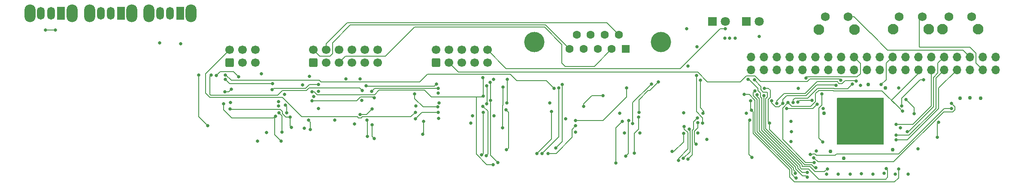
<source format=gbr>
%TF.GenerationSoftware,KiCad,Pcbnew,8.0.6*%
%TF.CreationDate,2024-10-21T11:50:30+02:00*%
%TF.ProjectId,rgb-to-hdmi,7267622d-746f-42d6-9864-6d692e6b6963,rev?*%
%TF.SameCoordinates,Original*%
%TF.FileFunction,Copper,L4,Bot*%
%TF.FilePolarity,Positive*%
%FSLAX46Y46*%
G04 Gerber Fmt 4.6, Leading zero omitted, Abs format (unit mm)*
G04 Created by KiCad (PCBNEW 8.0.6) date 2024-10-21 11:50:30*
%MOMM*%
%LPD*%
G01*
G04 APERTURE LIST*
G04 Aperture macros list*
%AMRoundRect*
0 Rectangle with rounded corners*
0 $1 Rounding radius*
0 $2 $3 $4 $5 $6 $7 $8 $9 X,Y pos of 4 corners*
0 Add a 4 corners polygon primitive as box body*
4,1,4,$2,$3,$4,$5,$6,$7,$8,$9,$2,$3,0*
0 Add four circle primitives for the rounded corners*
1,1,$1+$1,$2,$3*
1,1,$1+$1,$4,$5*
1,1,$1+$1,$6,$7*
1,1,$1+$1,$8,$9*
0 Add four rect primitives between the rounded corners*
20,1,$1+$1,$2,$3,$4,$5,0*
20,1,$1+$1,$4,$5,$6,$7,0*
20,1,$1+$1,$6,$7,$8,$9,0*
20,1,$1+$1,$8,$9,$2,$3,0*%
G04 Aperture macros list end*
%TA.AperFunction,ComponentPad*%
%ADD10C,2.100000*%
%TD*%
%TA.AperFunction,ComponentPad*%
%ADD11C,1.750000*%
%TD*%
%TA.AperFunction,ComponentPad*%
%ADD12RoundRect,0.250000X0.600000X-0.600000X0.600000X0.600000X-0.600000X0.600000X-0.600000X-0.600000X0*%
%TD*%
%TA.AperFunction,ComponentPad*%
%ADD13C,1.700000*%
%TD*%
%TA.AperFunction,ComponentPad*%
%ADD14R,1.800000X1.800000*%
%TD*%
%TA.AperFunction,ComponentPad*%
%ADD15C,1.800000*%
%TD*%
%TA.AperFunction,ComponentPad*%
%ADD16O,2.200000X3.500000*%
%TD*%
%TA.AperFunction,ComponentPad*%
%ADD17R,1.500000X2.500000*%
%TD*%
%TA.AperFunction,ComponentPad*%
%ADD18O,1.500000X2.500000*%
%TD*%
%TA.AperFunction,ComponentPad*%
%ADD19C,4.000000*%
%TD*%
%TA.AperFunction,ComponentPad*%
%ADD20R,1.600000X1.600000*%
%TD*%
%TA.AperFunction,ComponentPad*%
%ADD21C,1.600000*%
%TD*%
%TA.AperFunction,ComponentPad*%
%ADD22O,1.700000X1.700000*%
%TD*%
%TA.AperFunction,ViaPad*%
%ADD23C,0.762000*%
%TD*%
%TA.AperFunction,ViaPad*%
%ADD24C,0.660400*%
%TD*%
%TA.AperFunction,Conductor*%
%ADD25C,0.203200*%
%TD*%
G04 APERTURE END LIST*
D10*
%TO.P,SW1,*%
%TO.N,*%
X144587600Y-34182500D03*
X151597600Y-34182500D03*
D11*
%TO.P,SW1,1,1*%
%TO.N,GND*%
X145837600Y-31692500D03*
%TO.P,SW1,2,2*%
%TO.N,/GPIO16*%
X150337600Y-31692500D03*
%TD*%
D10*
%TO.P,SW2,*%
%TO.N,*%
X159218000Y-34165200D03*
X166228000Y-34165200D03*
D11*
%TO.P,SW2,1,1*%
%TO.N,GND*%
X160468000Y-31675200D03*
%TO.P,SW2,2,2*%
%TO.N,/GPIO26*%
X164968000Y-31675200D03*
%TD*%
D10*
%TO.P,SW3,*%
%TO.N,*%
X168960600Y-34165200D03*
X175970600Y-34165200D03*
D11*
%TO.P,SW3,1,1*%
%TO.N,GND*%
X170210600Y-31675200D03*
%TO.P,SW3,2,2*%
%TO.N,/GPIO19*%
X174710600Y-31675200D03*
%TD*%
D12*
%TO.P,P2,1,Pin_1*%
%TO.N,/R1*%
X44887000Y-40717600D03*
D13*
%TO.P,P2,2,Pin_2*%
%TO.N,/B1*%
X44887000Y-38177600D03*
%TO.P,P2,3,Pin_3*%
%TO.N,GND*%
X47427000Y-40717600D03*
%TO.P,P2,4,Pin_4*%
%TO.N,/G2*%
X47427000Y-38177600D03*
%TO.P,P2,5,Pin_5*%
%TO.N,/R2*%
X49967000Y-40717600D03*
%TO.P,P2,6,Pin_6*%
%TO.N,/B2*%
X49967000Y-38177600D03*
%TO.P,P2,7,Pin_7*%
%TO.N,/R3*%
X52507000Y-40717600D03*
%TO.P,P2,8,Pin_8*%
%TO.N,/SYNC*%
X52507000Y-38177600D03*
%TO.P,P2,9,Pin_9*%
%TO.N,/G3*%
X55047000Y-40717600D03*
%TO.P,P2,10,Pin_10*%
%TO.N,/VSYNC*%
X55047000Y-38177600D03*
%TO.P,P2,11,Pin_11*%
%TO.N,/B3*%
X57587000Y-40717600D03*
%TO.P,P2,12,Pin_12*%
%TO.N,/VCC*%
X57587000Y-38177600D03*
%TD*%
D12*
%TO.P,P5,1,Pin_1*%
%TO.N,unconnected-(P5-Pin_1-Pad1)*%
X69067800Y-40768400D03*
D13*
%TO.P,P5,2,Pin_2*%
%TO.N,/G1*%
X69067800Y-38228400D03*
%TO.P,P5,3,Pin_3*%
%TO.N,/GPIO22_analog*%
X71607800Y-40768400D03*
%TO.P,P5,4,Pin_4*%
%TO.N,/R0*%
X71607800Y-38228400D03*
%TO.P,P5,5,Pin_5*%
%TO.N,/GPIO1_sp_clken*%
X74147800Y-40768400D03*
%TO.P,P5,6,Pin_6*%
%TO.N,/G0*%
X74147800Y-38228400D03*
%TO.P,P5,7,Pin_7*%
%TO.N,/GPIO0_sp_data*%
X76687800Y-40768400D03*
%TO.P,P5,8,Pin_8*%
%TO.N,/B0*%
X76687800Y-38228400D03*
%TO.P,P5,9,Pin_9*%
%TO.N,/GPIO24_mux*%
X79227800Y-40768400D03*
%TO.P,P5,10,Pin_10*%
%TO.N,/GPIO25_mode7*%
X79227800Y-38228400D03*
%TD*%
D14*
%TO.P,D1,1,K*%
%TO.N,Net-(D1-K)*%
X130272000Y-32599040D03*
D15*
%TO.P,D1,2,A*%
%TO.N,/GPIO27_genlock*%
X132812000Y-32599040D03*
%TD*%
D14*
%TO.P,D2,1,K*%
%TO.N,Net-(D2-K)*%
X123576200Y-32599040D03*
D15*
%TO.P,D2,2,A*%
%TO.N,/GPIO25_mode7*%
X126116200Y-32599040D03*
%TD*%
D16*
%TO.P,SW5,*%
%TO.N,*%
X9073000Y-30964000D03*
X773000Y-30964000D03*
D17*
%TO.P,SW5,1,A*%
%TO.N,Net-(SW5-A)*%
X6923000Y-30964000D03*
D18*
%TO.P,SW5,2,B*%
%TO.N,/R1_A*%
X4923000Y-30964000D03*
%TO.P,SW5,3,C*%
%TO.N,Net-(SW5-C)*%
X2923000Y-30964000D03*
%TD*%
D16*
%TO.P,SW6,*%
%TO.N,*%
X-2738000Y-30964000D03*
X-11038000Y-30964000D03*
D17*
%TO.P,SW6,1,A*%
%TO.N,Net-(SW6-A)*%
X-4888000Y-30964000D03*
D18*
%TO.P,SW6,2,B*%
%TO.N,/B1_A*%
X-6888000Y-30964000D03*
%TO.P,SW6,3,C*%
%TO.N,Net-(SW6-C)*%
X-8888000Y-30964000D03*
%TD*%
D12*
%TO.P,J1,1,Pin_1*%
%TO.N,GND*%
X28377000Y-40717600D03*
D13*
%TO.P,J1,2,Pin_2*%
%TO.N,/ASYNC*%
X28377000Y-38177600D03*
%TO.P,J1,3,Pin_3*%
%TO.N,/ABLUE*%
X30917000Y-40717600D03*
%TO.P,J1,4,Pin_4*%
%TO.N,/AGREEN*%
X30917000Y-38177600D03*
%TO.P,J1,5,Pin_5*%
%TO.N,/ARED*%
X33457000Y-40717600D03*
%TO.P,J1,6,Pin_6*%
%TO.N,/VCC_IN*%
X33457000Y-38177600D03*
%TD*%
D16*
%TO.P,SW4,*%
%TO.N,*%
X20757000Y-30964000D03*
X12457000Y-30964000D03*
D17*
%TO.P,SW4,1,A*%
%TO.N,Net-(SW4-A)*%
X18607000Y-30964000D03*
D18*
%TO.P,SW4,2,B*%
%TO.N,/DETECT*%
X16607000Y-30964000D03*
%TO.P,SW4,3,C*%
%TO.N,Net-(SW4-C)*%
X14607000Y-30964000D03*
%TD*%
D19*
%TO.P,J2,0*%
%TO.N,N/C*%
X113459600Y-36649040D03*
X88459600Y-36649040D03*
D20*
%TO.P,J2,1,1*%
%TO.N,GND*%
X106499600Y-38069040D03*
D21*
%TO.P,J2,2,2*%
%TO.N,/R2*%
X103729600Y-38069040D03*
%TO.P,J2,3,3*%
%TO.N,/R1*%
X100959600Y-38069040D03*
%TO.P,J2,4,4*%
%TO.N,/G1*%
X98189600Y-38069040D03*
%TO.P,J2,5,5*%
%TO.N,/B1*%
X95419600Y-38069040D03*
%TO.P,J2,6,6*%
%TO.N,/G2*%
X105114600Y-35229040D03*
%TO.P,J2,7,7*%
%TO.N,/B2*%
X102344600Y-35229040D03*
%TO.P,J2,8,8*%
%TO.N,/SYNC*%
X99574600Y-35229040D03*
%TO.P,J2,9,9*%
%TO.N,/VSYNC*%
X96804600Y-35229040D03*
%TD*%
D22*
%TO.P,P1,1,P1*%
%TO.N,/3V3*%
X131191000Y-42140000D03*
%TO.P,P1,2,P2*%
%TO.N,/VCC*%
X131191000Y-39600000D03*
%TO.P,P1,3,P3*%
%TO.N,/GPIO2_Q00*%
X133731000Y-42140000D03*
%TO.P,P1,4,P4*%
%TO.N,/VCC*%
X133731000Y-39600000D03*
%TO.P,P1,5,P5*%
%TO.N,/GPIO3_Q01*%
X136271000Y-42140000D03*
%TO.P,P1,6,P6*%
%TO.N,GND*%
X136271000Y-39600000D03*
%TO.P,P1,7,P7*%
%TO.N,/GPIO4_Q02*%
X138811000Y-42140000D03*
%TO.P,P1,8,P8*%
%TO.N,/TxD*%
X138811000Y-39600000D03*
%TO.P,P1,9,P9*%
%TO.N,GND*%
X141351000Y-42140000D03*
%TO.P,P1,10,P10*%
%TO.N,/RxD*%
X141351000Y-39600000D03*
%TO.P,P1,11,P11*%
%TO.N,/GPIO17_psync*%
X143891000Y-42140000D03*
%TO.P,P1,12,P12*%
%TO.N,/GPIO18_Version*%
X143891000Y-39600000D03*
%TO.P,P1,13,P13*%
%TO.N,/GPIO27_genlock*%
X146431000Y-42140000D03*
%TO.P,P1,14,P14*%
%TO.N,GND*%
X146431000Y-39600000D03*
%TO.P,P1,15,P15*%
%TO.N,/GPIO22_analog*%
X148971000Y-42140000D03*
%TO.P,P1,16,P16*%
%TO.N,/GPIO23_csync*%
X148971000Y-39600000D03*
%TO.P,P1,17,P17*%
%TO.N,/3V3*%
X151511000Y-42140000D03*
%TO.P,P1,18,P18*%
%TO.N,/GPIO24_mux*%
X151511000Y-39600000D03*
%TO.P,P1,19,P19*%
%TO.N,/GPIO10_Q08*%
X154051000Y-42140000D03*
%TO.P,P1,20,P20*%
%TO.N,GND*%
X154051000Y-39600000D03*
%TO.P,P1,21,P21*%
%TO.N,/GPIO9_Q07*%
X156591000Y-42140000D03*
%TO.P,P1,22,P22*%
%TO.N,/GPIO25_mode7*%
X156591000Y-39600000D03*
%TO.P,P1,23,P23*%
%TO.N,/GPIO11_Q09*%
X159131000Y-42140000D03*
%TO.P,P1,24,P24*%
%TO.N,/GPIO8_Q06*%
X159131000Y-39600000D03*
%TO.P,P1,25,P25*%
%TO.N,GND*%
X161671000Y-42140000D03*
%TO.P,P1,26,P26*%
%TO.N,/GPIO7_Q05*%
X161671000Y-39600000D03*
%TO.P,P1,27,P27*%
%TO.N,/GPIO0_sp_data*%
X164211000Y-42140000D03*
%TO.P,P1,28,P28*%
%TO.N,/GPIO1_sp_clken*%
X164211000Y-39600000D03*
%TO.P,P1,29,P29*%
%TO.N,/GPIO5_Q03*%
X166751000Y-42140000D03*
%TO.P,P1,30,P30*%
%TO.N,GND*%
X166751000Y-39600000D03*
%TO.P,P1,31,P31*%
%TO.N,/GPIO6_Q04*%
X169291000Y-42140000D03*
%TO.P,P1,32,P32*%
%TO.N,/GPIO12_Q10*%
X169291000Y-39600000D03*
%TO.P,P1,33,P33*%
%TO.N,/GPIO13_Q11*%
X171831000Y-42140000D03*
%TO.P,P1,34,P34*%
%TO.N,GND*%
X171831000Y-39600000D03*
%TO.P,P1,35,P35*%
%TO.N,/GPIO19*%
X174371000Y-42140000D03*
%TO.P,P1,36,P36*%
%TO.N,/GPIO16*%
X174371000Y-39600000D03*
%TO.P,P1,37,P37*%
%TO.N,/GPIO26*%
X176911000Y-42140000D03*
%TO.P,P1,38,P38*%
%TO.N,/GPIO20_sp_clk*%
X176911000Y-39600000D03*
%TO.P,P1,39,P39*%
%TO.N,GND*%
X179451000Y-42140000D03*
%TO.P,P1,40,P40*%
%TO.N,/GPIO21_clk*%
X179451000Y-39600000D03*
%TD*%
D23*
%TO.N,/3V3*%
X157713800Y-45746800D03*
X145572598Y-50748000D03*
X172445796Y-47728000D03*
X159187000Y-57888000D03*
X174427000Y-47677196D03*
X176509800Y-47778800D03*
X154361000Y-45061000D03*
X146842600Y-58294400D03*
X149484200Y-59619873D03*
D24*
%TO.N,/VCC*%
X109250600Y-54586000D03*
X18666000Y-37001000D03*
X120680598Y-54586000D03*
X54067905Y-50955588D03*
X75925802Y-52706400D03*
X83037800Y-48693200D03*
X120528200Y-37568000D03*
X126065400Y-35891600D03*
X128097400Y-35891600D03*
X56418600Y-49861600D03*
X44125000Y-43410000D03*
X83088600Y-44019600D03*
X126979800Y-35891600D03*
X96576000Y-54459000D03*
X44981484Y-47414106D03*
X54081804Y-43918000D03*
X37978200Y-48439200D03*
%TO.N,GND*%
X162184200Y-62714000D03*
X28529400Y-48591600D03*
X155529400Y-49099600D03*
X91521400Y-48693200D03*
X150754200Y-62714000D03*
X152837000Y-45188000D03*
X139121000Y-56313200D03*
X76281400Y-51233200D03*
X144074326Y-58168077D03*
X38017237Y-49313805D03*
X118750200Y-41378000D03*
X140492600Y-45848400D03*
X45903000Y-49760000D03*
X51287800Y-43918000D03*
X106228000Y-54586000D03*
X35641396Y-54535200D03*
X160355400Y-45746800D03*
X69575800Y-51741200D03*
X139171800Y-54382800D03*
X69511072Y-46740866D03*
X149687400Y-55703600D03*
X152938600Y-62663198D03*
X160660200Y-53620800D03*
X42702600Y-45166600D03*
X164165400Y-57786400D03*
X146158312Y-62786689D03*
X155224606Y-62714000D03*
X157489200Y-62612400D03*
X54434220Y-48193350D03*
X45902998Y-46407200D03*
X105288200Y-50725200D03*
X43040241Y-53734845D03*
X139121000Y-52300000D03*
X34625400Y-42952800D03*
X14534000Y-36868500D03*
X155478600Y-55856000D03*
X80472400Y-51233200D03*
X65054600Y-49252000D03*
X145471000Y-49788000D03*
X148417400Y-62713998D03*
X94671000Y-51792000D03*
X159622800Y-62714000D03*
X69652296Y-48668687D03*
X52964200Y-52808000D03*
X122509400Y-55906800D03*
X80396198Y-44019600D03*
X130323772Y-50705000D03*
X132812002Y-35536000D03*
X118547000Y-34012000D03*
X150144600Y-49201200D03*
X39155115Y-47011357D03*
X33838000Y-56237000D03*
X117937400Y-50674400D03*
X49103400Y-52118200D03*
%TO.N,/SYNC*%
X112908200Y-44578400D03*
X140434326Y-48533326D03*
X143241492Y-48194892D03*
X109102475Y-50557064D03*
%TO.N,/VSYNC*%
X107887738Y-52757202D03*
X111587400Y-44934000D03*
X133765600Y-47240232D03*
X157917000Y-61647200D03*
%TO.N,/SPCLK*%
X168178600Y-52503200D03*
X167975400Y-55449600D03*
%TO.N,/R1*%
X139969633Y-62625325D03*
X96620317Y-52143274D03*
X106631500Y-45775100D03*
X131971408Y-46358882D03*
%TO.N,/B1*%
X132432281Y-47090727D03*
X98176200Y-49404400D03*
X102007300Y-47241400D03*
X142313782Y-63364806D03*
%TO.N,/G2*%
X121727378Y-50752230D03*
X131874354Y-44153257D03*
X121188600Y-44222800D03*
X146283800Y-61698000D03*
%TO.N,/R2*%
X143990143Y-61463965D03*
X133833831Y-45800401D03*
X134853798Y-52686792D03*
%TO.N,/B2*%
X130616083Y-44061576D03*
X120426600Y-43308400D03*
X121674333Y-52686444D03*
X142316379Y-62403191D03*
%TO.N,/R3*%
X115651400Y-58294400D03*
X117882922Y-54691278D03*
%TO.N,/B0*%
X136327000Y-48744000D03*
X151973400Y-44375200D03*
%TO.N,/G0*%
X160304600Y-61748800D03*
X131134668Y-48282090D03*
X131297800Y-50166400D03*
%TO.N,/R0*%
X147942682Y-45215305D03*
X137444604Y-48744000D03*
X135267507Y-48265400D03*
%TO.N,/G1*%
X140137002Y-63526799D03*
X129875400Y-47038200D03*
%TO.N,/GPIO25_mode7*%
X126116200Y-34084000D03*
%TO.N,/GPIO0_sp_data*%
X143642200Y-60478800D03*
X138510909Y-48641907D03*
X161092000Y-50268000D03*
X80294600Y-60885200D03*
X78332484Y-43736200D03*
X44630894Y-46480590D03*
X78415000Y-47363700D03*
%TO.N,/GPIO20_sp_clk*%
X161815194Y-48028800D03*
X163403403Y-50776003D03*
%TO.N,/GPIO1_sp_clken*%
X143572073Y-59495262D03*
X170769400Y-48794800D03*
X79703822Y-44650978D03*
X81241553Y-60440764D03*
X79790600Y-48223182D03*
X165232200Y-44121200D03*
X160965000Y-49252000D03*
%TO.N,/GPIO18_Version*%
X145318600Y-56364000D03*
X145179225Y-46877426D03*
%TO.N,/GPIO22_analog*%
X148874600Y-44218800D03*
X79093125Y-45326168D03*
X79075400Y-48845600D03*
%TO.N,/GPIO24_mux*%
X138243761Y-49822461D03*
X144265346Y-48967951D03*
X142042000Y-43791000D03*
%TO.N,/GPIO8_Q06*%
X156901008Y-45061000D03*
%TO.N,/GPIO5_Q03*%
X159822000Y-52935000D03*
%TO.N,/GPIO6_Q04*%
X159842517Y-55035713D03*
%TO.N,/GPIO12_Q10*%
X162031800Y-54382800D03*
%TO.N,/GPIO13_Q11*%
X159822000Y-55983000D03*
%TO.N,/AGREEN*%
X39584614Y-50645000D03*
X39327391Y-49102048D03*
%TO.N,/CLAMPLVL*%
X28661187Y-45966474D03*
X78364200Y-50572800D03*
X37369503Y-51285891D03*
X27383838Y-46484974D03*
X36759000Y-46102406D03*
X78087806Y-58933394D03*
X38537000Y-56237000D03*
X27157800Y-48896400D03*
X45895620Y-45043600D03*
%TO.N,/ASYNC*%
X65003800Y-50522000D03*
%TO.N,/ABLUE*%
X40315000Y-51487200D03*
X28427802Y-49887001D03*
X40561000Y-53537127D03*
X82981786Y-57953630D03*
X82856000Y-50064800D03*
%TO.N,/ARED*%
X88983348Y-58649041D03*
X38046686Y-50677405D03*
X91826200Y-50369600D03*
X38639981Y-54484400D03*
%TO.N,/SGREEN*%
X44634092Y-48281451D03*
X56889729Y-47706627D03*
%TO.N,/REFGYSYNC*%
X64851407Y-46877794D03*
X69394175Y-49492812D03*
%TO.N,/REFSYNC*%
X65003800Y-51792004D03*
X69474200Y-50522000D03*
%TO.N,/SPARE*%
X78955541Y-59073394D03*
X78309589Y-49337907D03*
%TO.N,/REFGYLO*%
X55271600Y-45341186D03*
X69152211Y-44977626D03*
%TO.N,/REFGYHI*%
X56371104Y-46415200D03*
X69468070Y-45831480D03*
%TO.N,/DETECT*%
X54539000Y-46204000D03*
X91165800Y-58650000D03*
X151211400Y-44984800D03*
X22281000Y-43156000D03*
X24693998Y-43156000D03*
X104577000Y-60555000D03*
X130959880Y-52045986D03*
X96598828Y-53211822D03*
X131374000Y-59412000D03*
X139476597Y-48591606D03*
X24059000Y-53189000D03*
X105821600Y-52325400D03*
%TO.N,/B3_A*%
X82174200Y-53570000D03*
X82275800Y-45543600D03*
%TO.N,/B2_A*%
X120680600Y-52604800D03*
X120375800Y-56850600D03*
%TO.N,/SYNC_A*%
X108193439Y-58645101D03*
X109047400Y-51465800D03*
%TO.N,/G2_A*%
X118754379Y-59777347D03*
X56469400Y-53011200D03*
X120645280Y-51625108D03*
X56875800Y-55703600D03*
%TO.N,/VSYNC_A*%
X107117000Y-52147600D03*
X106519992Y-59155645D03*
X66426200Y-54912200D03*
X66578600Y-52300000D03*
%TO.N,/TERM*%
X142929234Y-58852422D03*
X43921800Y-52118200D03*
X170766486Y-49806800D03*
X44277400Y-53925600D03*
%TO.N,/R3_A*%
X93997657Y-45086400D03*
X92674120Y-57607799D03*
X119007152Y-53887085D03*
X117851653Y-59659369D03*
%TO.N,/G0_A*%
X55504198Y-55318600D03*
X116870600Y-60017600D03*
X55399499Y-52118200D03*
X118039000Y-53336800D03*
%TO.N,/B1_A*%
X89997400Y-58700800D03*
X93315857Y-45767706D03*
%TO.N,/R1_A*%
X27490016Y-43163025D03*
X92385000Y-45797600D03*
%TO.N,Net-(SW5-C)*%
X36809800Y-44883200D03*
X27513400Y-44070400D03*
%TO.N,Net-(SW5-A)*%
X25684600Y-43257600D03*
X30155002Y-43562400D03*
%TO.N,Net-(SW6-C)*%
X-6040004Y-34266000D03*
X-7945000Y-34266000D03*
%TD*%
D25*
%TO.N,/GPIO16*%
X158171000Y-38279200D02*
X173050200Y-38279200D01*
X154802064Y-34910264D02*
X158171000Y-38279200D01*
X150337600Y-31692500D02*
X151575036Y-31692500D01*
X173050200Y-38279200D02*
X174371000Y-39600000D01*
X154792800Y-34910264D02*
X154802064Y-34910264D01*
X151575036Y-31692500D02*
X154792800Y-34910264D01*
%TO.N,/GPIO26*%
X164368600Y-32274600D02*
X164368600Y-37568000D01*
X164968000Y-31675200D02*
X164368600Y-32274600D01*
X175595400Y-40824400D02*
X176911000Y-42140000D01*
X164368600Y-37568000D02*
X164521000Y-37720400D01*
X175595400Y-38884023D02*
X175595400Y-40824400D01*
X164521000Y-37720400D02*
X174431777Y-37720400D01*
X174431777Y-37720400D02*
X175595400Y-38884023D01*
%TO.N,/VCC*%
X56418600Y-49861600D02*
X55324612Y-50955588D01*
X55324612Y-50955588D02*
X54067905Y-50955588D01*
X83088600Y-48642400D02*
X83037800Y-48693200D01*
X83088600Y-44019600D02*
X83088600Y-48642400D01*
%TO.N,/SYNC*%
X110927000Y-46254800D02*
X109102475Y-48079325D01*
X111231800Y-46254800D02*
X110927000Y-46254800D01*
X112908200Y-44578400D02*
X111231800Y-46254800D01*
X109102475Y-48079325D02*
X109102475Y-50557064D01*
X140772760Y-48194892D02*
X140434326Y-48533326D01*
X143241492Y-48194892D02*
X140772760Y-48194892D01*
%TO.N,/VSYNC*%
X142575400Y-61698000D02*
X141155992Y-61698000D01*
X133714800Y-53926120D02*
X133714800Y-47291032D01*
X157764600Y-63730000D02*
X158171000Y-63323600D01*
X140848200Y-61059520D02*
X133714800Y-53926120D01*
X107887738Y-48633662D02*
X107887738Y-52757202D01*
X133714800Y-47291032D02*
X133765600Y-47240232D01*
X140848200Y-61390208D02*
X140848200Y-61059520D01*
X144607400Y-63730000D02*
X157764600Y-63730000D01*
X141155992Y-61698000D02*
X140848200Y-61390208D01*
X158171000Y-63323600D02*
X158171000Y-61901200D01*
X111587400Y-44934000D02*
X107887738Y-48633662D01*
X158171000Y-61901200D02*
X157917000Y-61647200D01*
X144607400Y-63730000D02*
X142575400Y-61698000D01*
%TO.N,/SPCLK*%
X167975400Y-52706400D02*
X168178600Y-52503200D01*
X167975400Y-55449600D02*
X167975400Y-52706400D01*
%TO.N,/R1*%
X139629000Y-61920128D02*
X139969633Y-62260761D01*
X139969633Y-62260761D02*
X139969633Y-62625325D01*
X106631500Y-47502300D02*
X106631500Y-45775100D01*
X96620317Y-52143274D02*
X101990526Y-52143274D01*
X131680472Y-47268787D02*
X132415400Y-48003715D01*
X101990526Y-52143274D02*
X106631500Y-47502300D01*
X132415400Y-48003715D02*
X132415400Y-54350928D01*
X131971408Y-46358882D02*
X131680472Y-46649818D01*
X131680472Y-46649818D02*
X131680472Y-47268787D01*
X132415400Y-54350928D02*
X139629000Y-61564528D01*
X139629000Y-61564528D02*
X139629000Y-61920128D01*
%TO.N,/B1*%
X102007300Y-47241400D02*
X99780400Y-47241400D01*
X48646200Y-36806000D02*
X52151400Y-33300800D01*
X48138200Y-39447600D02*
X48646200Y-38939600D01*
X140035400Y-61726880D02*
X141393512Y-63084992D01*
X132432281Y-47445860D02*
X132821800Y-47835379D01*
X142033968Y-63084992D02*
X142313782Y-63364806D01*
X140035400Y-61396192D02*
X140035400Y-61726880D01*
X44887000Y-38177600D02*
X46157000Y-39447600D01*
X132821800Y-47835379D02*
X132821800Y-54182592D01*
X141393512Y-63084992D02*
X142033968Y-63084992D01*
X132432281Y-47090727D02*
X132432281Y-47445860D01*
X48646200Y-38939600D02*
X48646200Y-36806000D01*
X132821800Y-54182592D02*
X140035400Y-61396192D01*
X99780400Y-47241400D02*
X98176200Y-48845600D01*
X46157000Y-39447600D02*
X48138200Y-39447600D01*
X98176200Y-48845600D02*
X98176200Y-49404400D01*
X90651360Y-33300800D02*
X95419600Y-38069040D01*
X52151400Y-33300800D02*
X90651360Y-33300800D01*
%TO.N,/G2*%
X141254600Y-61221872D02*
X141254600Y-60891184D01*
X121727378Y-50752230D02*
X121942781Y-50536827D01*
X133159729Y-45438632D02*
X131874354Y-44153257D01*
X102779960Y-32894400D02*
X105114600Y-35229040D01*
X121942781Y-50536827D02*
X121942781Y-50412581D01*
X133159729Y-46090510D02*
X133159729Y-45438632D01*
X134121200Y-53757784D02*
X134121200Y-47872760D01*
X133627651Y-46558432D02*
X133159729Y-46090510D01*
X142814617Y-61267500D02*
X141300228Y-61267500D01*
X121942781Y-50412581D02*
X121188600Y-49658400D01*
X51508119Y-32894400D02*
X102779960Y-32894400D01*
X143830129Y-62283012D02*
X142814617Y-61267500D01*
X134447400Y-47546560D02*
X134447400Y-46558432D01*
X146283800Y-61698000D02*
X145698788Y-62283012D01*
X134447400Y-46558432D02*
X133627651Y-46558432D01*
X121188600Y-49658400D02*
X121188600Y-44222800D01*
X47427000Y-38177600D02*
X47427000Y-36975519D01*
X141300228Y-61267500D02*
X141254600Y-61221872D01*
X141254600Y-60891184D02*
X134121200Y-53757784D01*
X134121200Y-47872760D02*
X134447400Y-47546560D01*
X145698788Y-62283012D02*
X143830129Y-62283012D01*
X47427000Y-36975519D02*
X51508119Y-32894400D01*
%TO.N,/R2*%
X93909000Y-40854064D02*
X94534536Y-41479600D01*
X90470536Y-33707200D02*
X93909000Y-37145664D01*
X134585707Y-47982989D02*
X134585707Y-52418701D01*
X134853798Y-53915646D02*
X134853798Y-52686792D01*
X143990143Y-61463965D02*
X143728901Y-61463965D01*
X143728901Y-61463965D02*
X143126036Y-60861100D01*
X51237000Y-39447600D02*
X59060200Y-39447600D01*
X134985096Y-46174253D02*
X134985096Y-47583600D01*
X94534536Y-41479600D02*
X100319040Y-41479600D01*
X100319040Y-41479600D02*
X103729600Y-38069040D01*
X49967000Y-40717600D02*
X51237000Y-39447600D01*
X59060200Y-39447600D02*
X64800600Y-33707200D01*
X93909000Y-37145664D02*
X93909000Y-40854064D01*
X141799252Y-60861100D02*
X134853798Y-53915646D01*
X64800600Y-33707200D02*
X90470536Y-33707200D01*
X134985096Y-47583600D02*
X134585707Y-47982989D01*
X134585707Y-52418701D02*
X134853798Y-52686792D01*
X143126036Y-60861100D02*
X141799252Y-60861100D01*
X134611244Y-45800401D02*
X134985096Y-46174253D01*
X133833831Y-45800401D02*
X134611244Y-45800401D01*
%TO.N,/B2*%
X133083800Y-46761314D02*
X133083800Y-47522643D01*
X133308400Y-54094456D02*
X140441800Y-61227856D01*
X132601278Y-45844393D02*
X132601278Y-46278792D01*
X140441800Y-61558544D02*
X141286447Y-62403191D01*
X121674333Y-51669122D02*
X121674333Y-52686444D01*
X130818461Y-44061576D02*
X132601278Y-45844393D01*
X133083800Y-47522643D02*
X133308400Y-47747243D01*
X133308400Y-47747243D02*
X133308400Y-54094456D01*
X120426600Y-50421389D02*
X121674333Y-51669122D01*
X140441800Y-61227856D02*
X140441800Y-61558544D01*
X130616083Y-44061576D02*
X130818461Y-44061576D01*
X132601278Y-46278792D02*
X133083800Y-46761314D01*
X120426600Y-43308400D02*
X120426600Y-50421389D01*
X141286447Y-62403191D02*
X142316379Y-62403191D01*
%TO.N,/R3*%
X117882922Y-54691278D02*
X117882922Y-56389078D01*
X117882922Y-56389078D02*
X115977600Y-58294400D01*
X115977600Y-58294400D02*
X115651400Y-58294400D01*
%TO.N,/B0*%
X148192800Y-44501211D02*
X144252789Y-44501211D01*
X141915000Y-46839000D02*
X137724000Y-46839000D01*
X149754611Y-44303000D02*
X149157011Y-44900600D01*
X148592189Y-44900600D02*
X148192800Y-44501211D01*
X151901200Y-44303000D02*
X149754611Y-44303000D01*
X151973400Y-44375200D02*
X151901200Y-44303000D01*
X136327000Y-48236000D02*
X136327000Y-48744000D01*
X137724000Y-46839000D02*
X136327000Y-48236000D01*
X149157011Y-44900600D02*
X148592189Y-44900600D01*
X144252789Y-44501211D02*
X141915000Y-46839000D01*
%TO.N,/G0*%
X131134668Y-48282090D02*
X131134668Y-50003268D01*
X131602600Y-50471200D02*
X131602600Y-54687600D01*
X138816200Y-61901200D02*
X138816200Y-63334133D01*
X131134668Y-50003268D02*
X131297800Y-50166400D01*
X138816200Y-63334133D02*
X139792267Y-64310200D01*
X131134668Y-48282090D02*
X131247000Y-48394422D01*
X139792267Y-64310200D02*
X159470400Y-64310200D01*
X131602600Y-54687600D02*
X138816200Y-61901200D01*
X131297800Y-50166400D02*
X131602600Y-50471200D01*
X160304600Y-63476000D02*
X160304600Y-61748800D01*
X159470400Y-64310200D02*
X160304600Y-63476000D01*
%TO.N,/R0*%
X137444604Y-48744000D02*
X137444604Y-48007396D01*
X137444604Y-48007396D02*
X138206600Y-47245400D01*
X138206600Y-47245400D02*
X142083336Y-47245400D01*
X147843427Y-45116050D02*
X147942682Y-45215305D01*
X142083336Y-47245400D02*
X144212686Y-45116050D01*
X135267507Y-48699518D02*
X136044589Y-49476600D01*
X136044589Y-49476600D02*
X136712004Y-49476600D01*
X136712004Y-49476600D02*
X137444604Y-48744000D01*
X135267507Y-48265400D02*
X135267507Y-48699518D01*
X144212686Y-45116050D02*
X147843427Y-45116050D01*
%TO.N,/G1*%
X132009000Y-54519264D02*
X139222600Y-61732864D01*
X132009000Y-48189672D02*
X132009000Y-54519264D01*
X130857528Y-47038200D02*
X132009000Y-48189672D01*
X139222600Y-61732864D02*
X139222600Y-62776316D01*
X129875400Y-47038200D02*
X130857528Y-47038200D01*
X139973083Y-63526799D02*
X140137002Y-63526799D01*
X139222600Y-62776316D02*
X139973083Y-63526799D01*
%TO.N,/GPIO25_mode7*%
X79227800Y-38228400D02*
X82885400Y-41886000D01*
X125079989Y-34084000D02*
X126116200Y-34084000D01*
X82885400Y-41886000D02*
X117277989Y-41886000D01*
X117277989Y-41886000D02*
X125079989Y-34084000D01*
%TO.N,/GPIO0_sp_data*%
X144555053Y-46232409D02*
X143917600Y-46869862D01*
X57848940Y-46196000D02*
X66823611Y-46196000D01*
X141967588Y-60454700D02*
X137444600Y-55931712D01*
X139222602Y-49353600D02*
X138510909Y-48641907D01*
X158908095Y-48159305D02*
X164211000Y-42856400D01*
X78415000Y-43818716D02*
X78332484Y-43736200D01*
X143917600Y-48416811D02*
X142980811Y-49353600D01*
X164211000Y-42856400D02*
X164211000Y-42140000D01*
X76992600Y-58802400D02*
X76992600Y-47474000D01*
X76992600Y-47474000D02*
X78304700Y-47474000D01*
X142980811Y-49353600D02*
X139222602Y-49353600D01*
X44630894Y-46480590D02*
X45012177Y-46480590D01*
X137444600Y-49708211D02*
X138510904Y-48641907D01*
X160482895Y-49734105D02*
X157052295Y-46303505D01*
X143642200Y-60478800D02*
X143618100Y-60454700D01*
X161092000Y-50268000D02*
X161016789Y-50268000D01*
X161016789Y-50268000D02*
X160482895Y-49734105D01*
X157052295Y-46303505D02*
X147491935Y-46303505D01*
X68101611Y-47474000D02*
X76992600Y-47474000D01*
X147420839Y-46232409D02*
X144555053Y-46232409D01*
X143618100Y-60454700D02*
X141967588Y-60454700D01*
X79075400Y-60885200D02*
X76992600Y-58802400D01*
X45597995Y-47066408D02*
X56978532Y-47066408D01*
X66823611Y-46196000D02*
X68101611Y-47474000D01*
X147491935Y-46303505D02*
X147420839Y-46232409D01*
X138510904Y-48641907D02*
X138510909Y-48641907D01*
X160482895Y-49734105D02*
X158908095Y-48159305D01*
X78415000Y-47363700D02*
X78415000Y-43818716D01*
X137444600Y-55931712D02*
X137444600Y-49708211D01*
X78304700Y-47474000D02*
X78415000Y-47363700D01*
X45012177Y-46480590D02*
X45597995Y-47066408D01*
X80294600Y-60885200D02*
X79075400Y-60885200D01*
X56978532Y-47066408D02*
X57848940Y-46196000D01*
X143917600Y-46869862D02*
X143917600Y-48416811D01*
%TO.N,/GPIO20_sp_clk*%
X163403403Y-49617009D02*
X163403403Y-50776003D01*
X161815194Y-48028800D02*
X163403403Y-49617009D01*
%TO.N,/GPIO1_sp_clken*%
X79808000Y-48205782D02*
X79808000Y-44755156D01*
X171451200Y-50042411D02*
X171051811Y-50441800D01*
X160965000Y-47728000D02*
X164571800Y-44121200D01*
X164571800Y-44121200D02*
X165232200Y-44121200D01*
X79808000Y-44755156D02*
X79703822Y-44650978D01*
X159355336Y-60310464D02*
X144387275Y-60310464D01*
X169224000Y-50441800D02*
X159355336Y-60310464D01*
X79790600Y-48223182D02*
X79790600Y-58989811D01*
X144387275Y-60310464D02*
X143572073Y-59495262D01*
X170769400Y-48794800D02*
X171451200Y-49476600D01*
X171451200Y-49476600D02*
X171451200Y-50042411D01*
X171051811Y-50441800D02*
X169224000Y-50441800D01*
X160965000Y-49252000D02*
X160965000Y-47728000D01*
X79790600Y-58989811D02*
X81241553Y-60440764D01*
X79790600Y-48223182D02*
X79808000Y-48205782D01*
%TO.N,/GPIO18_Version*%
X145179225Y-49115564D02*
X145179225Y-46877426D01*
X144586000Y-55631400D02*
X144586000Y-49708789D01*
X145318600Y-56364000D02*
X144586000Y-55631400D01*
X144586000Y-49708789D02*
X145179225Y-49115564D01*
%TO.N,/GPIO22_analog*%
X130261224Y-43379776D02*
X131998898Y-43379776D01*
X71607800Y-40768400D02*
X73436600Y-42597200D01*
X79075400Y-48845600D02*
X79126200Y-48794800D01*
X142820609Y-43976602D02*
X148632402Y-43976602D01*
X142324411Y-44472800D02*
X142820609Y-43976602D01*
X129113400Y-44527600D02*
X130261224Y-43379776D01*
X133091922Y-44472800D02*
X142324411Y-44472800D01*
X73436600Y-42597200D02*
X120680600Y-42597200D01*
X122611000Y-44527600D02*
X129113400Y-44527600D01*
X120680600Y-42597200D02*
X122611000Y-44527600D01*
X148632402Y-43976602D02*
X148874600Y-44218800D01*
X131998898Y-43379776D02*
X133091922Y-44472800D01*
X79126200Y-48794800D02*
X79126200Y-45359243D01*
X79126200Y-45359243D02*
X79093125Y-45326168D01*
%TO.N,/GPIO24_mux*%
X144265346Y-48967951D02*
X143410836Y-49822461D01*
X152786200Y-40875200D02*
X152786200Y-42902000D01*
X152151200Y-43537000D02*
X142169000Y-43537000D01*
X142169000Y-43537000D02*
X142042000Y-43664000D01*
X142042000Y-43664000D02*
X142042000Y-43791000D01*
X152786200Y-42902000D02*
X152151200Y-43537000D01*
X151511000Y-39600000D02*
X152786200Y-40875200D01*
X143410836Y-49822461D02*
X138243761Y-49822461D01*
%TO.N,/GPIO8_Q06*%
X157866200Y-40864800D02*
X157866200Y-44095808D01*
X159131000Y-39600000D02*
X157866200Y-40864800D01*
X157866200Y-44095808D02*
X156901008Y-45061000D01*
%TO.N,/GPIO5_Q03*%
X166751000Y-42140000D02*
X166751000Y-49307011D01*
X163123011Y-52935000D02*
X159822000Y-52935000D01*
X166751000Y-49307011D02*
X163123011Y-52935000D01*
%TO.N,/GPIO6_Q04*%
X167670600Y-49759011D02*
X162393898Y-55035713D01*
X169291000Y-42140000D02*
X167670600Y-43760400D01*
X162393898Y-55035713D02*
X159842517Y-55035713D01*
X167670600Y-43760400D02*
X167670600Y-49759011D01*
%TO.N,/GPIO12_Q10*%
X169291000Y-39600000D02*
X168026200Y-40864800D01*
X168026200Y-40864800D02*
X168026200Y-42800400D01*
X168026200Y-42800400D02*
X167162600Y-43664000D01*
X167162600Y-43664000D02*
X167162600Y-49470147D01*
X167162600Y-49470147D02*
X162249947Y-54382800D01*
X162249947Y-54382800D02*
X162031800Y-54382800D01*
%TO.N,/GPIO13_Q11*%
X168229400Y-49774947D02*
X168229400Y-45741600D01*
X159822000Y-55983000D02*
X162021347Y-55983000D01*
X168229400Y-45741600D02*
X171831000Y-42140000D01*
X162021347Y-55983000D02*
X168229400Y-49774947D01*
%TO.N,/AGREEN*%
X39584614Y-49359271D02*
X39327391Y-49102048D01*
X39584614Y-50645000D02*
X39584614Y-49359271D01*
%TO.N,/CLAMPLVL*%
X44101064Y-45043600D02*
X43296264Y-45848400D01*
X28142687Y-46484974D02*
X27383838Y-46484974D01*
X37248842Y-51406552D02*
X37369503Y-51285891D01*
X78364200Y-50572800D02*
X78364200Y-58657000D01*
X43296264Y-45848400D02*
X37013006Y-45848400D01*
X38537000Y-56237000D02*
X37248842Y-54948842D01*
X27157800Y-48896400D02*
X27157800Y-50064800D01*
X27157800Y-50064800D02*
X28795696Y-51702696D01*
X45895620Y-45043600D02*
X44101064Y-45043600D01*
X28661187Y-45966474D02*
X28142687Y-46484974D01*
X37248842Y-54948842D02*
X37248842Y-51406552D01*
X36952698Y-51702696D02*
X37369503Y-51285891D01*
X78364200Y-58657000D02*
X78087806Y-58933394D01*
X28795696Y-51702696D02*
X36952698Y-51702696D01*
X37013006Y-45848400D02*
X36759000Y-46102406D01*
%TO.N,/ASYNC*%
X53574789Y-51436400D02*
X42596398Y-51436400D01*
X53775777Y-51637388D02*
X53574789Y-51436400D01*
X42596398Y-51436400D02*
X38733172Y-47573174D01*
X54551304Y-51436400D02*
X54350316Y-51637388D01*
X24439877Y-47573174D02*
X23630169Y-46763466D01*
X23630169Y-42924431D02*
X28377000Y-38177600D01*
X64089400Y-51436400D02*
X54551304Y-51436400D01*
X54350316Y-51637388D02*
X53775777Y-51637388D01*
X23630169Y-46763466D02*
X23630169Y-42924431D01*
X38733172Y-47573174D02*
X24439877Y-47573174D01*
X65003800Y-50522000D02*
X64089400Y-51436400D01*
%TO.N,/ABLUE*%
X83342600Y-57592816D02*
X82981786Y-57953630D01*
X40315000Y-51487200D02*
X40315000Y-53291127D01*
X38728486Y-50784469D02*
X38728486Y-50394994D01*
X82856000Y-50064800D02*
X83342600Y-50551400D01*
X40315000Y-51487200D02*
X39431217Y-51487200D01*
X28536406Y-49995605D02*
X28427802Y-49887001D01*
X38728486Y-50394994D02*
X38329097Y-49995605D01*
X39431217Y-51487200D02*
X38728486Y-50784469D01*
X38329097Y-49995605D02*
X28536406Y-49995605D01*
X40315000Y-53291127D02*
X40561000Y-53537127D01*
X83342600Y-50551400D02*
X83342600Y-57592816D01*
%TO.N,/ARED*%
X91826200Y-55806189D02*
X88983348Y-58649041D01*
X91826200Y-50369600D02*
X91826200Y-55806189D01*
X38639981Y-54484400D02*
X38639981Y-51270700D01*
X38639981Y-51270700D02*
X38046686Y-50677405D01*
%TO.N,/SGREEN*%
X44634092Y-48281451D02*
X53381908Y-48281451D01*
X56694652Y-47511550D02*
X56889729Y-47706627D01*
X53381908Y-48281451D02*
X54151809Y-47511550D01*
X54151809Y-47511550D02*
X56694652Y-47511550D01*
%TO.N,/REFGYSYNC*%
X69394175Y-49492812D02*
X66514612Y-49492812D01*
X64851407Y-47829607D02*
X64851407Y-46877794D01*
X66514612Y-49492812D02*
X64851407Y-47829607D01*
%TO.N,/REFSYNC*%
X66273804Y-50522000D02*
X65003800Y-51792004D01*
X69474200Y-50522000D02*
X66273804Y-50522000D01*
%TO.N,/SPARE*%
X78309589Y-49337907D02*
X79278600Y-50306918D01*
X79278600Y-58750335D02*
X78955541Y-59073394D01*
X79278600Y-50306918D02*
X79278600Y-58750335D01*
%TO.N,/REFGYLO*%
X69152211Y-44977626D02*
X68746637Y-45383200D01*
X68746637Y-45383200D02*
X55313614Y-45383200D01*
X55313614Y-45383200D02*
X55271600Y-45341186D01*
%TO.N,/REFGYHI*%
X56996704Y-45789600D02*
X56371104Y-46415200D01*
X69468070Y-45831480D02*
X69426190Y-45789600D01*
X69426190Y-45789600D02*
X56996704Y-45789600D01*
%TO.N,/DETECT*%
X24059000Y-53189000D02*
X22281000Y-51411000D01*
X130802498Y-58840498D02*
X130802498Y-52203368D01*
X38740200Y-46254800D02*
X37828226Y-47166774D01*
X139476597Y-48083603D02*
X139832200Y-47728000D01*
X24693998Y-43208862D02*
X24693998Y-43156000D01*
X104577000Y-53570000D02*
X105821600Y-52325400D01*
X150299095Y-45897105D02*
X151211400Y-44984800D01*
X54539000Y-46204000D02*
X54028894Y-45693894D01*
X147660271Y-45897105D02*
X150299095Y-45897105D01*
X24465400Y-47023961D02*
X24465400Y-43437460D01*
X37828226Y-47166774D02*
X24608213Y-47166774D01*
X54028894Y-45693894D02*
X44025506Y-45693894D01*
X24608213Y-47166774D02*
X24465400Y-47023961D01*
X24465400Y-43437460D02*
X24693998Y-43208862D01*
X44025506Y-45693894D02*
X43464600Y-46254800D01*
X104577000Y-60555000D02*
X104577000Y-53570000D01*
X43464600Y-46254800D02*
X38740200Y-46254800D01*
X147561016Y-45797850D02*
X147660271Y-45897105D01*
X130802498Y-52203368D02*
X130959880Y-52045986D01*
X22281000Y-51411000D02*
X22281000Y-43156000D01*
X96598828Y-53211822D02*
X95900937Y-53909713D01*
X142372200Y-47728000D02*
X144302350Y-45797850D01*
X95900937Y-55489663D02*
X92740600Y-58650000D01*
X95900937Y-53909713D02*
X95900937Y-55489663D01*
X131374000Y-59412000D02*
X130802498Y-58840498D01*
X144302350Y-45797850D02*
X147561016Y-45797850D01*
X92740600Y-58650000D02*
X91165800Y-58650000D01*
X139832200Y-47728000D02*
X142372200Y-47728000D01*
X139476597Y-48591606D02*
X139476597Y-48083603D01*
%TO.N,/B3_A*%
X82174200Y-53570000D02*
X82174200Y-49200211D01*
X82174200Y-49200211D02*
X82275800Y-49098611D01*
X82275800Y-49098611D02*
X82275800Y-45543600D01*
%TO.N,/B2_A*%
X119998800Y-56473600D02*
X120375800Y-56850600D01*
X119998800Y-54303589D02*
X119998800Y-56473600D01*
X120680600Y-53621789D02*
X119998800Y-54303589D01*
X120680600Y-52604800D02*
X120680600Y-53621789D01*
%TO.N,/SYNC_A*%
X109047400Y-51465800D02*
X109047400Y-53824989D01*
X108171365Y-54701024D02*
X108171365Y-58623027D01*
X109047400Y-53824989D02*
X108171365Y-54701024D01*
X108171365Y-58623027D02*
X108193439Y-58645101D01*
%TO.N,/G2_A*%
X56469400Y-55297200D02*
X56875800Y-55703600D01*
X119592400Y-54135253D02*
X119592400Y-58939326D01*
X56469400Y-53011200D02*
X56469400Y-55297200D01*
X119592400Y-58939326D02*
X118754379Y-59777347D01*
X120645280Y-51625108D02*
X119846400Y-52423988D01*
X119846400Y-52423988D02*
X119846400Y-53881253D01*
X119846400Y-53881253D02*
X119592400Y-54135253D01*
%TO.N,/VSYNC_A*%
X106994000Y-58681637D02*
X106994000Y-52270600D01*
X66578600Y-54759800D02*
X66426200Y-54912200D01*
X106994000Y-52270600D02*
X107117000Y-52147600D01*
X106519992Y-59155645D02*
X106994000Y-58681637D01*
X66578600Y-52300000D02*
X66578600Y-54759800D01*
%TO.N,/TERM*%
X148061800Y-58751600D02*
X147778400Y-59035000D01*
X170766486Y-49806800D02*
X169284264Y-49806800D01*
X44277400Y-52473800D02*
X43921800Y-52118200D01*
X147778400Y-59035000D02*
X144076022Y-59035000D01*
X143039612Y-58962800D02*
X142929234Y-58852422D01*
X143854484Y-58813462D02*
X143289662Y-58813462D01*
X160339464Y-58751600D02*
X148061800Y-58751600D01*
X143289662Y-58813462D02*
X143140324Y-58962800D01*
X143140324Y-58962800D02*
X143039612Y-58962800D01*
X144076022Y-59035000D02*
X143854484Y-58813462D01*
X169284264Y-49806800D02*
X160339464Y-58751600D01*
X44277400Y-53925600D02*
X44277400Y-52473800D01*
%TO.N,/R3_A*%
X93997657Y-45086400D02*
X93997660Y-45086403D01*
X119007152Y-53887085D02*
X119178000Y-54057933D01*
X119178000Y-54057933D02*
X119178000Y-58333022D01*
X119178000Y-58333022D02*
X117851653Y-59659369D01*
X93997660Y-45086403D02*
X93997660Y-56284259D01*
X93997660Y-56284259D02*
X92674120Y-57607799D01*
%TO.N,/G0_A*%
X118771600Y-57775211D02*
X118771600Y-54568885D01*
X118039000Y-53836285D02*
X118039000Y-53336800D01*
X118771600Y-54568885D02*
X118039000Y-53836285D01*
X55504200Y-52222901D02*
X55399499Y-52118200D01*
X55504198Y-55318600D02*
X55504200Y-55318598D01*
X55504200Y-55318598D02*
X55504200Y-52222901D01*
X116870600Y-60017600D02*
X116870600Y-59676211D01*
X116870600Y-59676211D02*
X118771600Y-57775211D01*
%TO.N,/B1_A*%
X93315857Y-45767706D02*
X93315857Y-55382343D01*
X93315857Y-55382343D02*
X89997400Y-58700800D01*
%TO.N,/R1_A*%
X90861000Y-44273600D02*
X84968200Y-44273600D01*
X28675376Y-44217365D02*
X27621036Y-43163025D01*
X46386904Y-44570673D02*
X46033596Y-44217365D01*
X92385000Y-45797600D02*
X90861000Y-44273600D01*
X65840263Y-44570673D02*
X46386904Y-44570673D01*
X84968200Y-44273600D02*
X83749000Y-43054400D01*
X27621036Y-43163025D02*
X27490016Y-43163025D01*
X46033596Y-44217365D02*
X28675376Y-44217365D01*
X83749000Y-43054400D02*
X67356536Y-43054400D01*
X67356536Y-43054400D02*
X65840263Y-44570673D01*
%TO.N,Net-(SW5-C)*%
X28326200Y-44883200D02*
X27513400Y-44070400D01*
X36809800Y-44883200D02*
X28326200Y-44883200D01*
%TO.N,Net-(SW5-A)*%
X26460975Y-42481225D02*
X25684600Y-43257600D01*
X30155002Y-43562400D02*
X29073827Y-42481225D01*
X29073827Y-42481225D02*
X26460975Y-42481225D01*
%TO.N,Net-(SW6-C)*%
X-7945000Y-34266000D02*
X-6040004Y-34266000D01*
%TD*%
%TA.AperFunction,Conductor*%
%TO.N,GND*%
G36*
X157363121Y-47690002D02*
G01*
X157409614Y-47743658D01*
X157421000Y-47796000D01*
X157421000Y-56744000D01*
X157400998Y-56812121D01*
X157347342Y-56858614D01*
X157295000Y-56870000D01*
X148247000Y-56870000D01*
X148178879Y-56849998D01*
X148132386Y-56796342D01*
X148121000Y-56744000D01*
X148121000Y-47796000D01*
X148141002Y-47727879D01*
X148194658Y-47681386D01*
X148247000Y-47670000D01*
X157295000Y-47670000D01*
X157363121Y-47690002D01*
G37*
%TD.AperFunction*%
%TD*%
M02*

</source>
